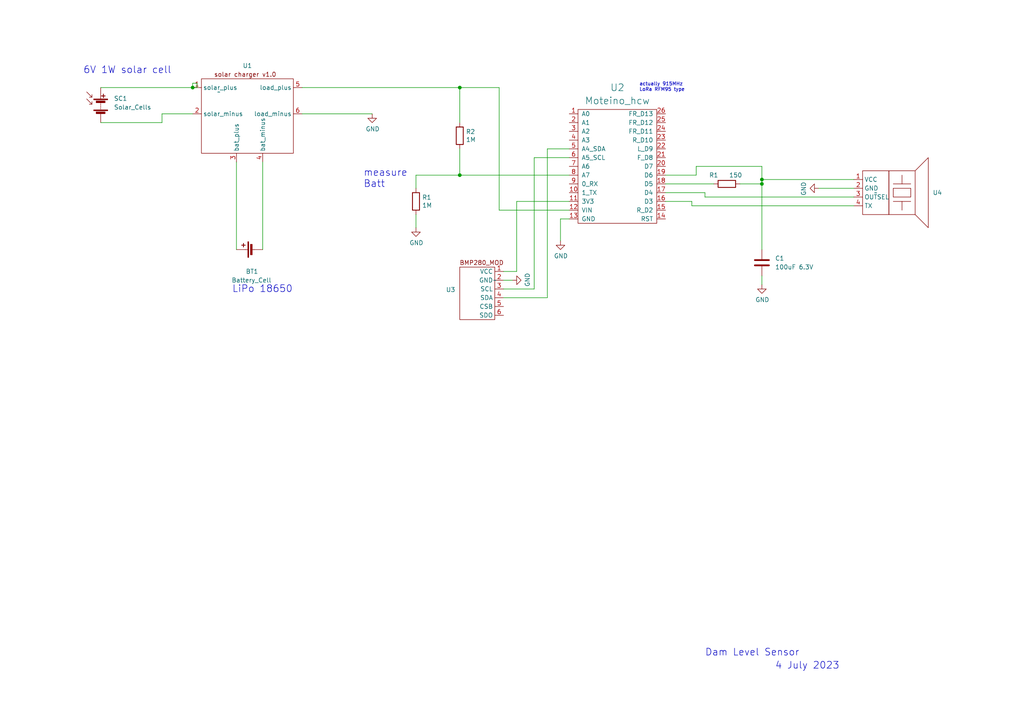
<source format=kicad_sch>
(kicad_sch (version 20230121) (generator eeschema)
  (paper "A4")
  (lib_symbols
    (symbol "Device:Battery_Cell" (pin_numbers hide) (pin_names (offset 0) hide)
      (property "Reference" "BT" (at 2.54 2.54 0))
      (property "Value" "Battery_Cell" (at 2.54 0 0))
      (symbol "Battery_Cell_0_1"
        (rectangle (start -2.286 1.778) (end 2.286 1.524) (fill (type outline)))
        (rectangle (start -1.524 1.016) (end 1.524 0.508) (fill (type outline)))
        (polyline (pts (xy 0 0.762) (xy 0 0)))
        (polyline (pts (xy 0 1.778) (xy 0 2.54)))
        (polyline (pts (xy 0.762 3.048) (xy 1.778 3.048)) (stroke (width 0.254)))
        (polyline (pts (xy 1.27 3.556) (xy 1.27 2.54)) (stroke (width 0.254)))
      )
      (symbol "Battery_Cell_1_1"
        (pin passive line (at 0 5.08 270) (length 2.54) (name "+") (number "1"))
        (pin passive line (at 0 -2.54 90) (length 2.54) (name "-") (number "2"))
      )
    )
    (symbol "Device:C" (pin_numbers hide) (pin_names (offset 0.254))
      (property "Reference" "C" (at 0.635 2.54 0))
      (property "Value" "C" (at 0.635 -2.54 0))
      (symbol "C_0_1"
        (polyline (pts (xy -2.032 -0.762) (xy 2.032 -0.762)) (stroke (width 0.508)))
        (polyline (pts (xy -2.032 0.762) (xy 2.032 0.762)) (stroke (width 0.508)))
      )
      (symbol "C_1_1"
        (pin passive line (at 0 3.81 270) (length 2.794) (name "~") (number "1"))
        (pin passive line (at 0 -3.81 90) (length 2.794) (name "~") (number "2"))
      )
    )
    (symbol "Device:R" (pin_numbers hide) (pin_names (offset 0))
      (property "Reference" "R" (at 2.032 0 90))
      (property "Value" "R" (at 0 0 90))
      (symbol "R_0_1"
        (rectangle (start -1.016 -2.54) (end 1.016 2.54) (stroke (width 0.254)))
      )
      (symbol "R_1_1"
        (pin passive line (at 0 3.81 270) (length 1.27) (name "~") (number "1"))
        (pin passive line (at 0 -3.81 90) (length 1.27) (name "~") (number "2"))
      )
    )
    (symbol "Device:Solar_Cells" (pin_numbers hide) (pin_names (offset 0) hide)
      (property "Reference" "SC" (at 2.54 2.54 0))
      (property "Value" "Solar_Cells" (at 2.54 0 0))
      (symbol "Solar_Cells_0_1"
        (rectangle (start -2.032 -1.397) (end 2.032 -1.651) (fill (type outline)))
        (rectangle (start -2.032 1.778) (end 2.032 1.524) (fill (type outline)))
        (rectangle (start -1.3208 -1.9812) (end 1.27 -2.4892) (fill (type outline)))
        (rectangle (start -1.3208 1.1938) (end 1.27 0.6858) (fill (type outline)))
        (polyline (pts (xy -2.54 0.254) (xy -4.064 1.778)))
        (polyline (pts (xy -2.54 2.286) (xy -4.064 3.81)))
        (polyline (pts (xy 0 -1.524) (xy 0 -1.27)))
        (polyline (pts (xy 0 -1.016) (xy 0 -0.762)))
        (polyline (pts (xy 0 -0.508) (xy 0 -0.254)))
        (polyline (pts (xy 0 0) (xy 0 0.254)))
        (polyline (pts (xy 0 0.508) (xy 0 0.762)))
        (polyline (pts (xy 0 1.778) (xy 0 2.54)))
        (polyline (pts (xy 0.254 2.667) (xy 1.27 2.667)) (stroke (width 0.254)))
        (polyline (pts (xy 0.762 3.175) (xy 0.762 2.159)) (stroke (width 0.254)))
        (polyline (pts (xy -2.54 1.016) (xy -2.54 0.254) (xy -3.302 0.254)))
        (polyline (pts (xy -2.54 3.048) (xy -2.54 2.286) (xy -3.302 2.286)))
      )
      (symbol "Solar_Cells_1_1"
        (pin passive line (at 0 5.08 270) (length 2.54) (name "+") (number "1"))
        (pin passive line (at 0 -5.08 90) (length 2.54) (name "-") (number "2"))
      )
    )
    (symbol "New_Library:A01NYUB"
      (property "Reference" "U" (at 0 0 0))
      (symbol "A01NYUB_0_1"
        (rectangle (start -3.81 6.35) (end 3.81 -6.35))
        (polyline (pts (xy 5.08 -2.54) (xy 10.16 -2.54)))
        (polyline (pts (xy 5.08 2.54) (xy 10.16 2.54)))
        (polyline (pts (xy 7.62 -2.54) (xy 7.62 -5.08)))
        (polyline (pts (xy 7.62 2.54) (xy 7.62 5.08)))
        (polyline (pts (xy 11.43 6.35) (xy 15.24 10.16) (xy 15.24 -10.16) (xy 11.43 -6.35)))
        (rectangle (start 3.81 6.35) (end 11.43 -6.35))
        (rectangle (start 5.08 1.27) (end 10.16 -1.27))
      )
      (symbol "A01NYUB_1_1"
        (pin input line (at -6.35 3.81 0) (length 2.54) (name "VCC") (number "1"))
        (pin input line (at -6.35 1.27 0) (length 2.54) (name "GND") (number "2"))
        (pin input line (at -6.35 -1.27 0) (length 2.54) (name "OUTSEL") (number "3"))
        (pin output line (at -6.35 -3.81 0) (length 2.54) (name "TX") (number "4"))
      )
    )
    (symbol "New_Library:BMP280_mod"
      (property "Reference" "U" (at 0 0 0))
      (symbol "BMP280_mod_0_1"
        (rectangle (start 0 3.81) (end 10.16 -11.43))
      )
      (symbol "BMP280_mod_1_1"
        (text "BMP280_MOD" (at 3.81 5.08 0) (effects (font (size 1.27 1.27))))
        (pin input line (at -2.54 2.54 0) (length 2.54) (name "VCC") (number "1"))
        (pin input line (at -2.54 0 0) (length 2.54) (name "GND") (number "2"))
        (pin input line (at -2.54 -2.54 0) (length 2.54) (name "SCL") (number "3"))
        (pin bidirectional line (at -2.54 -5.08 0) (length 2.54) (name "SDA") (number "4"))
        (pin bidirectional line (at -2.54 -7.62 0) (length 2.54) (name "CSB") (number "5"))
        (pin output line (at -2.54 -10.16 0) (length 2.54) (name "SDO") (number "6"))
      )
    )
    (symbol "New_Library:solarcharger"
      (property "Reference" "U" (at 0 0 0))
      (symbol "solarcharger_1_1"
        (rectangle (start -13.97 7.62) (end 12.7 -13.97))
        (text "solar charger v1.0" (at -1.27 8.89 0) (effects (font (size 1.27 1.27))))
        (pin input line (at -16.51 5.08 0) (length 2.54) (name "solar_plus") (number "1"))
        (pin input line (at -16.51 -2.54 0) (length 2.54) (name "solar_minus") (number "2"))
        (pin output line (at -3.81 -16.51 90) (length 2.54) (name "bat_plus") (number "3"))
        (pin output line (at 3.81 -16.51 90) (length 2.54) (name "bat_minus") (number "4"))
        (pin power_out line (at 15.24 5.08 180) (length 2.54) (name "load_plus") (number "5"))
        (pin power_out line (at 15.24 -2.54 180) (length 2.54) (name "load_minus") (number "6"))
      )
    )
    (symbol "power:GND" (power) (pin_names (offset 0))
      (property "Value" "GND" (at 0 -3.81 0))
      (symbol "GND_0_1"
        (polyline (pts (xy 0 0) (xy 0 -1.27) (xy 1.27 -1.27) (xy 0 -2.54) (xy -1.27 -1.27) (xy 0 -1.27)))
      )
      (symbol "GND_1_1"
        (pin power_in line (at 0 0 270) (length 0) hide (name "GND") (number "1"))
      )
    )
    (symbol "swinggate_sch:Moteino_hcw" (pin_names (offset 1.016))
      (property "Reference" "U" (at -2.54 20.32 0))
      (property "Value" "Moteino_hcw" (at 0 -19.05 0))
      (symbol "Moteino_hcw_0_1"
        (rectangle (start 11.43 -16.51) (end -11.43 16.51))
      )
      (symbol "Moteino_hcw_1_1"
        (pin bidirectional line (at -13.97 15.24 0) (length 2.54) (name "A0") (number "1"))
        (pin bidirectional line (at -13.97 -7.62 0) (length 2.54) (name "1_TX") (number "10"))
        (pin power_in line (at -13.97 -10.16 0) (length 2.54) (name "3V3") (number "11"))
        (pin power_in line (at -13.97 -12.7 0) (length 2.54) (name "VIN") (number "12"))
        (pin power_in line (at -13.97 -15.24 0) (length 2.54) (name "GND") (number "13"))
        (pin input line (at 13.97 -15.24 180) (length 2.54) (name "RST") (number "14"))
        (pin bidirectional line (at 13.97 -12.7 180) (length 2.54) (name "R_D2") (number "15"))
        (pin bidirectional line (at 13.97 -10.16 180) (length 2.54) (name "D3") (number "16"))
        (pin bidirectional line (at 13.97 -7.62 180) (length 2.54) (name "D4") (number "17"))
        (pin bidirectional line (at 13.97 -5.08 180) (length 2.54) (name "D5") (number "18"))
        (pin bidirectional line (at 13.97 -2.54 180) (length 2.54) (name "D6") (number "19"))
        (pin bidirectional line (at -13.97 12.7 0) (length 2.54) (name "A1") (number "2"))
        (pin bidirectional line (at 13.97 0 180) (length 2.54) (name "D7") (number "20"))
        (pin bidirectional line (at 13.97 2.54 180) (length 2.54) (name "F_D8") (number "21"))
        (pin output line (at 13.97 5.08 180) (length 2.54) (name "L_D9") (number "22"))
        (pin bidirectional line (at 13.97 7.62 180) (length 2.54) (name "R_D10") (number "23"))
        (pin bidirectional line (at 13.97 10.16 180) (length 2.54) (name "FR_D11") (number "24"))
        (pin bidirectional line (at 13.97 12.7 180) (length 2.54) (name "FR_D12") (number "25"))
        (pin bidirectional line (at 13.97 15.24 180) (length 2.54) (name "FR_D13") (number "26"))
        (pin bidirectional line (at -13.97 10.16 0) (length 2.54) (name "A2") (number "3"))
        (pin bidirectional line (at -13.97 7.62 0) (length 2.54) (name "A3") (number "4"))
        (pin bidirectional line (at -13.97 5.08 0) (length 2.54) (name "A4_SDA") (number "5"))
        (pin bidirectional line (at -13.97 2.54 0) (length 2.54) (name "A5_SCL") (number "6"))
        (pin input line (at -13.97 0 0) (length 2.54) (name "A6") (number "7"))
        (pin input line (at -13.97 -2.54 0) (length 2.54) (name "A7") (number "8"))
        (pin bidirectional line (at -13.97 -5.08 0) (length 2.54) (name "0_RX") (number "9"))
      )
    )
  )
  (junction (at 220.98 53.34))
  (junction (at 220.98 52.07))
  (junction (at 55.88 25.4))
  (junction (at 133.35 25.4))
  (junction (at 133.35 50.8))
  (wire (pts (xy 214.63 53.34) (xy 220.98 53.34)))
  (wire (pts (xy 146.05 86.36) (xy 158.75 86.36)))
  (wire (pts (xy 200.66 59.69) (xy 200.66 58.42)))
  (wire (pts (xy 220.98 80.01) (xy 220.98 82.55)))
  (wire (pts (xy 76.2 46.99) (xy 76.2 72.39)))
  (wire (pts (xy 120.65 66.04) (xy 120.65 62.23)))
  (wire (pts (xy 57.15 24.13) (xy 57.15 25.4)))
  (wire (pts (xy 146.05 78.74) (xy 149.86 78.74)))
  (wire (pts (xy 158.75 43.18) (xy 165.1 43.18)))
  (wire (pts (xy 46.99 33.02) (xy 46.99 35.56)))
  (wire (pts (xy 154.94 83.82) (xy 154.94 45.72)))
  (wire (pts (xy 133.35 25.4) (xy 133.35 35.56)))
  (wire (pts (xy 162.56 63.5) (xy 162.56 69.85)))
  (wire (pts (xy 55.88 33.02) (xy 46.99 33.02)))
  (wire (pts (xy 68.58 46.99) (xy 68.58 72.39)))
  (wire (pts (xy 193.04 50.8) (xy 201.93 50.8)))
  (wire (pts (xy 146.05 81.28) (xy 148.59 81.28)))
  (wire (pts (xy 237.49 54.61) (xy 247.65 54.61)))
  (wire (pts (xy 55.88 24.13) (xy 55.88 25.4)))
  (wire (pts (xy 220.98 53.34) (xy 220.98 72.39)))
  (wire (pts (xy 158.75 86.36) (xy 158.75 43.18)))
  (wire (pts (xy 133.35 25.4) (xy 87.63 25.4)))
  (wire (pts (xy 204.47 57.15) (xy 204.47 55.88)))
  (wire (pts (xy 204.47 55.88) (xy 193.04 55.88)))
  (wire (pts (xy 165.1 58.42) (xy 149.86 58.42)))
  (wire (pts (xy 57.15 24.13) (xy 55.88 24.13)))
  (wire (pts (xy 144.78 60.96) (xy 144.78 25.4)))
  (wire (pts (xy 193.04 53.34) (xy 207.01 53.34)))
  (wire (pts (xy 149.86 58.42) (xy 149.86 78.74)))
  (wire (pts (xy 120.65 50.8) (xy 120.65 54.61)))
  (wire (pts (xy 220.98 48.26) (xy 220.98 52.07)))
  (wire (pts (xy 57.15 25.4) (xy 55.88 25.4)))
  (wire (pts (xy 146.05 83.82) (xy 154.94 83.82)))
  (wire (pts (xy 55.88 25.4) (xy 29.21 25.4)))
  (wire (pts (xy 154.94 45.72) (xy 165.1 45.72)))
  (wire (pts (xy 193.04 58.42) (xy 200.66 58.42)))
  (wire (pts (xy 165.1 63.5) (xy 162.56 63.5)))
  (wire (pts (xy 201.93 48.26) (xy 220.98 48.26)))
  (wire (pts (xy 247.65 57.15) (xy 204.47 57.15)))
  (wire (pts (xy 133.35 50.8) (xy 133.35 43.18)))
  (wire (pts (xy 46.99 35.56) (xy 29.21 35.56)))
  (wire (pts (xy 247.65 59.69) (xy 200.66 59.69)))
  (wire (pts (xy 220.98 52.07) (xy 220.98 53.34)))
  (wire (pts (xy 120.65 50.8) (xy 133.35 50.8)))
  (wire (pts (xy 144.78 25.4) (xy 133.35 25.4)))
  (wire (pts (xy 87.63 33.02) (xy 107.95 33.02)))
  (wire (pts (xy 133.35 50.8) (xy 165.1 50.8)))
  (wire (pts (xy 144.78 60.96) (xy 165.1 60.96)))
  (wire (pts (xy 201.93 50.8) (xy 201.93 48.26)))
  (wire (pts (xy 247.65 52.07) (xy 220.98 52.07)))
  (text "actually 915MHz\nLoRa RFM95 type\n" (at 185.42 26.67 0) (effects (font (size 0.9906 0.9906)) (justify left bottom)))
  (text "measure\nBatt" (at 105.41 54.61 0) (effects (font (size 2.0066 2.0066)) (justify left bottom)))
  (text "4 July 2023\n" (at 224.79 194.31 0) (effects (font (size 2.0066 2.0066)) (justify left bottom)))
  (text "6V 1W solar cell" (at 24.13 21.59 0) (effects (font (size 2 2)) (justify left bottom)))
  (text "Dam Level Sensor" (at 204.47 190.5 0) (effects (font (size 2 2)) (justify left bottom)))
  (text "LiPo 18650" (at 67.31 85.09 0) (effects (font (size 2 2)) (justify left bottom)))
  (symbol (lib_id "Device:R") (at 133.35 39.37 0) (unit 1)
    (property "Reference" "R2" (at 135.128 38.2016 0) (effects (justify left)))
    (property "Value" "1M" (at 135.128 40.513 0) (effects (justify left)))
    (property "Footprint" "Resistor_SMD:R_0805_2012Metric_Pad1.15x1.40mm_HandSolder" (effects hide))
  )
  (symbol (lib_id "Device:R") (at 120.65 58.42 0) (unit 1)
    (property "Reference" "R1" (at 122.428 57.2516 0) (effects (justify left)))
    (property "Value" "1M" (at 122.428 59.563 0) (effects (justify left)))
    (property "Footprint" "Resistor_SMD:R_0805_2012Metric_Pad1.15x1.40mm_HandSolder" (effects hide))
  )
  (symbol (lib_id "power:GND") (at 107.95 33.02 0) (unit 1)
    (property "Reference" "#PWR013" (effects hide))
    (property "Value" "GND" (at 108.077 37.4142 0))
  )
  (symbol (lib_id "power:GND") (at 162.56 69.85 0) (unit 1)
    (property "Reference" "#PWR016" (effects hide))
    (property "Value" "GND" (at 162.687 74.2442 0))
  )
  (symbol (lib_id "power:GND") (at 120.65 66.04 0) (unit 1)
    (property "Reference" "#PWR02" (effects hide))
    (property "Value" "GND" (at 120.777 70.4342 0))
  )
  (symbol (lib_id "Device:Battery_Cell") (at 73.66 72.39 90) (unit 1)
    (property "Reference" "BT1" (at 74.93 78.74 90) (effects (justify left)))
    (property "Value" "Battery_Cell" (at 78.74 81.28 90) (effects (justify left)))
  )
  (symbol (lib_id "New_Library:A01NYUB") (at 254 55.88 0) (unit 1)
    (property "Reference" "U4" (at 270.51 55.88 0) (effects (justify left)))
    (property "Value" "~" (at 254 55.88 0))
  )
  (symbol (lib_id "Device:C") (at 220.98 76.2 0) (unit 1)
    (property "Reference" "C1" (at 224.79 74.93 0) (effects (justify left)))
    (property "Value" "100uF 6.3V" (at 224.79 77.47 0) (effects (justify left)))
  )
  (symbol (lib_id "swinggate_sch:Moteino_hcw") (at 179.07 48.26 0) (unit 1)
    (property "Reference" "U2" (at 179.07 25.4 0) (effects (font (size 2.0066 2.0066))))
    (property "Value" "Moteino_hcw" (at 179.07 29.21 0) (effects (font (size 2.0066 2.0066))))
  )
  (symbol (lib_id "New_Library:BMP280_mod") (at 143.51 81.28 0) (mirror y) (unit 1)
    (property "Reference" "U3" (at 132.08 84.0382 0) (effects (justify left)))
    (property "Value" "~" (at 143.51 81.28 0))
  )
  (symbol (lib_id "power:GND") (at 220.98 82.55 0) (unit 1)
    (property "Reference" "#PWR01" (effects hide))
    (property "Value" "GND" (at 221.107 86.9442 0))
  )
  (symbol (lib_id "power:GND") (at 237.49 54.61 270) (unit 1)
    (property "Reference" "#PWR03" (effects hide))
    (property "Value" "GND" (at 233.0958 54.737 0))
  )
  (symbol (lib_id "New_Library:solarcharger") (at 72.39 30.48 0) (unit 1)
    (property "Reference" "U1" (at 71.755 19.05 0))
    (property "Value" "~" (at 63.5 26.67 0))
  )
  (symbol (lib_id "Device:R") (at 210.82 53.34 90) (unit 1)
    (property "Reference" "R1" (at 207.01 50.8 90))
    (property "Value" "150" (at 213.36 50.8 90))
  )
  (symbol (lib_id "power:GND") (at 148.59 81.28 90) (unit 1)
    (property "Reference" "#PWR04" (effects hide))
    (property "Value" "GND" (at 152.9842 81.153 0))
  )
  (symbol (lib_id "Device:Solar_Cells") (at 29.21 30.48 0) (unit 1)
    (property "Reference" "SC1" (at 33.02 28.575 0) (effects (justify left)))
    (property "Value" "Solar_Cells" (at 33.02 31.115 0) (effects (justify left)))
  )
)
</source>
